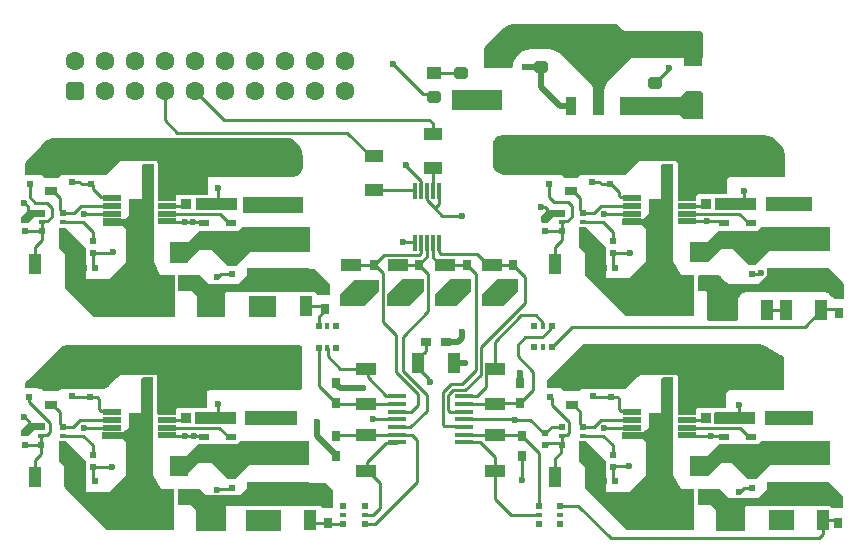
<source format=gtl>
G04*
G04 #@! TF.GenerationSoftware,Altium Limited,Altium Designer,23.4.1 (23)*
G04*
G04 Layer_Physical_Order=1*
G04 Layer_Color=255*
%FSLAX44Y44*%
%MOMM*%
G71*
G04*
G04 #@! TF.SameCoordinates,D2C56FB1-3194-4FD5-B733-79DB95D4BDB6*
G04*
G04*
G04 #@! TF.FilePolarity,Positive*
G04*
G01*
G75*
%ADD15R,0.6000X0.6000*%
%ADD21R,1.0000X1.8000*%
G04:AMPARAMS|DCode=22|XSize=0.45mm|YSize=1.55mm|CornerRadius=0.0495mm|HoleSize=0mm|Usage=FLASHONLY|Rotation=90.000|XOffset=0mm|YOffset=0mm|HoleType=Round|Shape=RoundedRectangle|*
%AMROUNDEDRECTD22*
21,1,0.4500,1.4510,0,0,90.0*
21,1,0.3510,1.5500,0,0,90.0*
1,1,0.0990,0.7255,0.1755*
1,1,0.0990,0.7255,-0.1755*
1,1,0.0990,-0.7255,-0.1755*
1,1,0.0990,-0.7255,0.1755*
%
%ADD22ROUNDEDRECTD22*%
G04:AMPARAMS|DCode=23|XSize=1.73mm|YSize=1.85mm|CornerRadius=0.0519mm|HoleSize=0mm|Usage=FLASHONLY|Rotation=0.000|XOffset=0mm|YOffset=0mm|HoleType=Round|Shape=RoundedRectangle|*
%AMROUNDEDRECTD23*
21,1,1.7300,1.7462,0,0,0.0*
21,1,1.6262,1.8500,0,0,0.0*
1,1,0.1038,0.8131,-0.8731*
1,1,0.1038,-0.8131,-0.8731*
1,1,0.1038,-0.8131,0.8731*
1,1,0.1038,0.8131,0.8731*
%
%ADD23ROUNDEDRECTD23*%
%ADD24R,0.8500X0.9000*%
%ADD25R,0.6000X0.5000*%
%ADD26R,0.6000X0.4000*%
%ADD27R,0.5200X0.5200*%
%ADD28R,0.8000X0.9000*%
G04:AMPARAMS|DCode=29|XSize=1mm|YSize=1.2mm|CornerRadius=0.25mm|HoleSize=0mm|Usage=FLASHONLY|Rotation=270.000|XOffset=0mm|YOffset=0mm|HoleType=Round|Shape=RoundedRectangle|*
%AMROUNDEDRECTD29*
21,1,1.0000,0.7000,0,0,270.0*
21,1,0.5000,1.2000,0,0,270.0*
1,1,0.5000,-0.3500,-0.2500*
1,1,0.5000,-0.3500,0.2500*
1,1,0.5000,0.3500,0.2500*
1,1,0.5000,0.3500,-0.2500*
%
%ADD29ROUNDEDRECTD29*%
%ADD30R,1.6500X1.1000*%
%ADD31R,1.8000X1.0000*%
%ADD32R,0.3000X1.4000*%
G04:AMPARAMS|DCode=33|XSize=0.9mm|YSize=1.45mm|CornerRadius=0.0495mm|HoleSize=0mm|Usage=FLASHONLY|Rotation=180.000|XOffset=0mm|YOffset=0mm|HoleType=Round|Shape=RoundedRectangle|*
%AMROUNDEDRECTD33*
21,1,0.9000,1.3510,0,0,180.0*
21,1,0.8010,1.4500,0,0,180.0*
1,1,0.0990,-0.4005,0.6755*
1,1,0.0990,0.4005,0.6755*
1,1,0.0990,0.4005,-0.6755*
1,1,0.0990,-0.4005,-0.6755*
%
%ADD33ROUNDEDRECTD33*%
G04:AMPARAMS|DCode=34|XSize=3.15mm|YSize=1.45mm|CornerRadius=0.0508mm|HoleSize=0mm|Usage=FLASHONLY|Rotation=180.000|XOffset=0mm|YOffset=0mm|HoleType=Round|Shape=RoundedRectangle|*
%AMROUNDEDRECTD34*
21,1,3.1500,1.3485,0,0,180.0*
21,1,3.0485,1.4500,0,0,180.0*
1,1,0.1015,-1.5243,0.6743*
1,1,0.1015,1.5243,0.6743*
1,1,0.1015,1.5243,-0.6743*
1,1,0.1015,-1.5243,-0.6743*
%
%ADD34ROUNDEDRECTD34*%
G04:AMPARAMS|DCode=35|XSize=1.6mm|YSize=2.2mm|CornerRadius=0.4mm|HoleSize=0mm|Usage=FLASHONLY|Rotation=0.000|XOffset=0mm|YOffset=0mm|HoleType=Round|Shape=RoundedRectangle|*
%AMROUNDEDRECTD35*
21,1,1.6000,1.4000,0,0,0.0*
21,1,0.8000,2.2000,0,0,0.0*
1,1,0.8000,0.4000,-0.7000*
1,1,0.8000,-0.4000,-0.7000*
1,1,0.8000,-0.4000,0.7000*
1,1,0.8000,0.4000,0.7000*
%
%ADD35ROUNDEDRECTD35*%
%ADD36R,1.6000X2.2000*%
%ADD37R,0.9000X0.8000*%
%ADD38R,0.4000X0.6000*%
%ADD39R,0.5000X0.6000*%
%ADD40R,1.0000X0.7500*%
%ADD41R,0.9500X0.6000*%
%ADD42R,5.3000X2.0000*%
%ADD43R,1.5200X1.6800*%
%ADD44R,1.0500X1.6000*%
%ADD45R,1.1000X1.3500*%
%ADD46R,0.9000X0.8500*%
%ADD47R,1.5240X1.5240*%
%ADD48R,1.2000X1.0000*%
%ADD59R,0.6000X0.6000*%
%ADD65R,1.6000X0.3500*%
%ADD71C,0.2540*%
%ADD72C,0.5080*%
%ADD73R,3.9878X1.2954*%
%ADD74R,4.0894X1.2954*%
%ADD75R,5.2068X1.3208*%
%ADD76R,4.3942X1.2954*%
%ADD77R,2.1082X1.7780*%
%ADD78C,1.6000*%
G04:AMPARAMS|DCode=79|XSize=1.6mm|YSize=1.6mm|CornerRadius=0.4mm|HoleSize=0mm|Usage=FLASHONLY|Rotation=0.000|XOffset=0mm|YOffset=0mm|HoleType=Round|Shape=RoundedRectangle|*
%AMROUNDEDRECTD79*
21,1,1.6000,0.8000,0,0,0.0*
21,1,0.8000,1.6000,0,0,0.0*
1,1,0.8000,0.4000,-0.4000*
1,1,0.8000,-0.4000,-0.4000*
1,1,0.8000,-0.4000,0.4000*
1,1,0.8000,0.4000,0.4000*
%
%ADD79ROUNDEDRECTD79*%
%ADD80C,0.6000*%
G36*
X1471930Y519938D02*
X1472385Y519938D01*
X1473225Y519590D01*
X1473868Y518947D01*
X1474216Y518106D01*
X1474215Y517651D01*
X1474216Y517652D01*
X1474216Y484378D01*
X1474216Y483822D01*
X1473791Y482795D01*
X1473004Y482009D01*
X1471977Y481584D01*
X1471421Y481584D01*
X1471422D01*
X1471421D01*
D01*
X1395730Y481584D01*
X1395334Y481545D01*
X1394601Y481242D01*
X1394040Y480681D01*
X1393737Y479948D01*
X1393698Y479552D01*
Y479552D01*
Y479552D01*
D01*
X1393698Y466852D01*
X1370838Y466852D01*
X1369060Y466852D01*
X1368713Y466818D01*
X1368072Y466552D01*
X1367581Y466062D01*
X1367316Y465420D01*
X1367282Y465074D01*
X1367282Y465074D01*
X1367282Y461772D01*
X1367282Y461570D01*
X1367127Y461196D01*
X1366841Y460910D01*
X1366468Y460756D01*
X1366266Y460756D01*
X1352805D01*
X1352339Y460949D01*
X1351981Y461307D01*
X1351788Y461773D01*
Y462026D01*
X1351788Y493268D01*
X1351759Y493565D01*
X1351531Y494115D01*
X1351110Y494535D01*
X1350561Y494762D01*
X1350264Y494791D01*
X1350264Y494792D01*
X1323971Y494792D01*
X1322980Y494743D01*
X1321037Y494357D01*
X1319206Y493598D01*
X1317558Y492497D01*
X1316823Y491831D01*
X1316823Y491831D01*
X1310553Y485561D01*
X1309849Y484857D01*
X1308193Y483750D01*
X1306353Y482988D01*
X1304400Y482600D01*
X1303405Y482600D01*
X1303405D01*
X1303405D01*
D01*
X1271393Y482600D01*
X1271003Y482581D01*
X1270239Y482429D01*
X1269519Y482130D01*
X1268870Y481697D01*
X1268581Y481435D01*
Y481435D01*
X1268435Y481289D01*
X1268092Y481060D01*
X1267711Y480902D01*
X1267307Y480822D01*
X1267101Y480822D01*
X1259384D01*
X1258708Y480822D01*
X1257369Y480998D01*
X1256064Y481348D01*
X1254816Y481864D01*
X1254231Y482202D01*
X1253731Y482469D01*
X1252684Y482902D01*
X1251589Y483196D01*
X1250465Y483343D01*
X1249898Y483362D01*
X1249898Y483362D01*
X1241044Y483362D01*
X1240791D01*
X1240325Y483555D01*
X1239967Y483913D01*
X1239774Y484379D01*
Y484632D01*
Y485376D01*
Y486105D01*
X1240058Y487535D01*
X1240616Y488882D01*
X1241426Y490094D01*
X1241942Y490610D01*
X1241942Y490610D01*
X1268309Y516977D01*
X1269013Y517681D01*
X1270669Y518787D01*
X1272508Y519549D01*
X1274462Y519938D01*
X1275457Y519938D01*
X1275457Y519938D01*
X1471930Y519938D01*
D02*
G37*
G36*
X1418336Y453390D02*
X1383538D01*
Y463339D01*
X1383792Y463550D01*
X1418336D01*
Y453390D01*
D02*
G37*
G36*
X1256792Y448056D02*
X1256538Y447802D01*
X1247394D01*
X1242314Y442722D01*
X1236218D01*
Y447802D01*
X1242060Y453644D01*
X1256792D01*
Y448056D01*
D02*
G37*
G36*
X1480566Y418846D02*
X1429766D01*
X1417828Y406908D01*
X1411732D01*
X1398270Y420370D01*
X1386586D01*
X1377442Y411226D01*
Y409194D01*
X1362202D01*
Y425958D01*
X1376680D01*
X1386586Y435864D01*
X1419606D01*
X1422654Y438658D01*
X1480566D01*
Y418846D01*
D02*
G37*
G36*
X1348486Y414528D02*
Y410210D01*
X1354582Y398272D01*
X1366266D01*
Y364236D01*
X1365504Y363474D01*
X1308608D01*
X1273302Y398780D01*
Y416814D01*
X1268730Y421386D01*
Y438912D01*
X1274572D01*
X1291590Y421894D01*
Y395732D01*
X1310894D01*
X1325372Y410210D01*
Y437642D01*
X1322324Y440690D01*
X1305052D01*
X1305306Y440944D01*
Y446024D01*
X1323134D01*
X1327658Y449834D01*
Y462788D01*
X1338326Y462788D01*
Y491236D01*
X1339850Y492760D01*
X1348486D01*
Y414528D01*
D02*
G37*
G36*
X1500378Y397129D02*
Y381635D01*
X1491742D01*
X1489710Y383667D01*
X1410208D01*
Y362585D01*
X1385062D01*
X1384808Y362331D01*
Y380111D01*
X1380236Y384683D01*
X1369314D01*
Y398145D01*
X1387348D01*
X1392682Y392811D01*
X1422146D01*
X1427480Y398145D01*
Y403479D01*
X1494028D01*
X1500378Y397129D01*
D02*
G37*
G36*
X1456182Y362712D02*
X1427480D01*
X1427226Y362966D01*
Y380746D01*
X1456182D01*
Y362712D01*
D02*
G37*
G36*
X1464564Y695040D02*
X1465652Y694623D01*
X1467682Y693479D01*
X1469524Y692050D01*
X1471136Y690367D01*
X1472484Y688466D01*
X1473540Y686389D01*
X1474280Y684179D01*
X1474689Y681884D01*
X1474723Y680720D01*
X1474723Y680720D01*
X1474724Y670814D01*
X1474724Y669999D01*
X1474406Y668401D01*
X1473783Y666895D01*
X1472878Y665540D01*
X1471725Y664388D01*
X1470370Y663482D01*
X1468864Y662859D01*
X1467266Y662541D01*
X1466451Y662541D01*
X1395918Y662541D01*
X1395683Y662518D01*
X1395249Y662338D01*
X1394917Y662006D01*
X1394737Y661572D01*
X1394714Y661337D01*
Y661337D01*
X1394714Y647954D01*
X1394714Y647802D01*
X1394598Y647522D01*
X1394384Y647308D01*
X1394104Y647192D01*
X1393952Y647192D01*
X1368631D01*
X1368405Y647170D01*
X1367986Y646996D01*
X1367666Y646676D01*
X1367493Y646258D01*
X1367470Y646031D01*
Y641713D01*
X1352695D01*
X1352552Y641713D01*
X1352288Y641823D01*
X1352086Y642025D01*
X1351976Y642289D01*
X1351976Y642432D01*
Y642432D01*
X1351976Y674225D01*
X1351902Y674501D01*
X1351636Y675006D01*
X1351233Y675409D01*
X1350728Y675675D01*
X1350452Y675749D01*
X1350452Y675749D01*
X1321169Y675749D01*
X1320885Y675735D01*
X1320330Y675625D01*
X1319807Y675408D01*
X1319336Y675094D01*
X1319126Y674903D01*
X1319126Y674903D01*
X1309641Y665418D01*
X1309199Y664975D01*
X1308158Y664280D01*
X1307002Y663801D01*
X1305774Y663557D01*
X1305148Y663557D01*
X1305149D01*
X1269855Y663557D01*
X1268077Y661779D01*
X1256218D01*
X1254440Y663557D01*
X1241697D01*
X1241365Y663557D01*
X1240751Y663811D01*
X1240282Y664281D01*
X1240028Y664894D01*
X1240028Y665226D01*
Y665226D01*
Y673038D01*
Y673596D01*
X1240246Y674691D01*
X1240673Y675723D01*
X1241293Y676651D01*
X1241688Y677045D01*
X1253577Y688935D01*
X1254281Y690077D01*
X1256109Y692042D01*
X1258284Y693614D01*
X1260724Y694730D01*
X1262030Y695040D01*
X1262030Y695040D01*
X1464564Y695040D01*
D02*
G37*
G36*
X1419098Y634347D02*
X1384107D01*
Y644507D01*
X1419098D01*
Y634347D01*
D02*
G37*
G36*
X1256980Y628251D02*
X1256726Y627997D01*
X1247582D01*
X1242502Y622917D01*
X1236406D01*
Y627997D01*
X1243155Y634746D01*
X1256980D01*
Y628251D01*
D02*
G37*
G36*
X1480754Y599041D02*
X1429954D01*
X1418016Y587103D01*
X1411920D01*
X1398458Y600565D01*
X1386774D01*
X1377630Y591421D01*
Y589389D01*
X1362390D01*
Y607060D01*
X1377775D01*
X1387427Y616712D01*
X1420506D01*
X1423831Y619760D01*
X1480754D01*
Y599041D01*
D02*
G37*
G36*
X1348674Y594723D02*
Y590405D01*
X1354177Y579628D01*
X1366454D01*
Y544431D01*
X1365692Y543669D01*
X1298085D01*
X1273490Y568264D01*
Y597009D01*
X1268918Y601581D01*
Y619107D01*
X1274760D01*
X1291778Y602089D01*
Y575927D01*
X1311082D01*
X1325560Y590405D01*
Y617837D01*
X1322512Y620885D01*
X1305494D01*
Y621139D01*
Y626872D01*
X1324097D01*
X1327846Y630029D01*
Y642983D01*
X1338514Y642983D01*
X1338514Y672272D01*
X1339850Y673608D01*
X1348674D01*
Y594723D01*
D02*
G37*
G36*
X1498092Y572008D02*
X1498092Y562719D01*
X1487315D01*
X1485283Y564751D01*
X1410396D01*
X1409446Y563801D01*
Y543669D01*
X1385250D01*
X1384996Y543415D01*
Y561195D01*
X1380424Y565767D01*
X1369502D01*
Y579229D01*
X1387536D01*
X1394902Y571863D01*
X1420302D01*
X1427668Y579229D01*
Y584563D01*
X1485537D01*
X1498092Y572008D01*
D02*
G37*
G36*
X1539494Y565912D02*
X1526540Y552958D01*
X1506474D01*
Y563118D01*
X1518158Y574802D01*
X1539494D01*
Y565912D01*
D02*
G37*
G36*
X1452372Y543814D02*
X1429766D01*
X1429512Y544068D01*
Y561848D01*
X1452372D01*
Y543814D01*
D02*
G37*
G36*
X1738822Y791464D02*
X1739441Y791464D01*
X1740654Y791223D01*
X1741797Y790749D01*
X1742826Y790062D01*
X1743264Y789624D01*
X1745426Y787462D01*
X1745426Y787461D01*
X1745883Y787048D01*
X1746907Y786364D01*
X1748044Y785892D01*
X1749252Y785652D01*
X1749868Y785622D01*
X1812036D01*
X1812036Y785622D01*
X1812339Y785622D01*
X1812899Y785390D01*
X1813328Y784961D01*
X1813560Y784401D01*
X1813560Y784098D01*
X1813560Y762762D01*
X1753362D01*
X1733748Y743148D01*
X1733748Y743147D01*
X1732903Y742216D01*
X1731507Y740127D01*
X1730546Y737806D01*
X1730056Y735342D01*
X1729994Y734085D01*
Y715010D01*
X1720850D01*
Y734445D01*
X1720850Y734445D01*
X1720795Y735556D01*
X1720362Y737735D01*
X1719512Y739788D01*
X1718277Y741636D01*
X1717530Y742460D01*
X1695022Y764968D01*
X1695021Y764968D01*
X1693634Y766225D01*
X1690525Y768303D01*
X1687070Y769734D01*
X1683402Y770464D01*
X1681532Y770556D01*
X1668654Y770556D01*
X1668654Y770555D01*
X1667210Y770489D01*
X1664372Y769959D01*
X1661679Y768917D01*
X1659223Y767399D01*
X1657087Y765456D01*
X1655344Y763154D01*
X1654053Y760572D01*
X1653258Y757796D01*
X1653056Y756365D01*
X1653056Y756365D01*
X1653027Y756062D01*
X1652755Y755517D01*
X1652305Y755108D01*
X1651737Y754888D01*
X1628140D01*
Y768945D01*
X1628140Y769589D01*
X1628391Y770851D01*
X1628884Y772040D01*
X1629599Y773111D01*
X1630054Y773566D01*
X1644019Y787531D01*
X1644019Y787531D01*
X1644954Y788466D01*
X1647153Y789936D01*
X1649597Y790948D01*
X1652192Y791464D01*
X1653514Y791464D01*
X1738822Y791464D01*
X1738822Y791464D01*
D02*
G37*
G36*
X1643380Y719328D02*
X1600962D01*
X1601090Y719456D01*
Y735838D01*
X1643380D01*
Y719328D01*
D02*
G37*
G36*
X1813814Y733044D02*
Y711200D01*
X1797812D01*
X1794002Y715010D01*
X1743710D01*
Y729742D01*
X1794002Y729996D01*
X1799336Y735330D01*
X1811528D01*
X1813814Y733044D01*
D02*
G37*
G36*
X1869142Y697196D02*
X1872634Y695885D01*
X1875802Y693918D01*
X1878527Y691371D01*
X1880702Y688341D01*
X1882244Y684945D01*
X1883093Y681314D01*
X1883156Y679450D01*
X1883156Y679450D01*
Y662686D01*
X1836166D01*
X1833880Y660400D01*
X1833880Y647700D01*
X1809242Y647700D01*
X1807718Y646176D01*
Y641858D01*
X1792224D01*
Y674370D01*
X1790700Y675894D01*
X1760220D01*
X1748028Y663702D01*
X1709420D01*
X1707388Y661670D01*
X1696720D01*
X1694180Y664210D01*
X1645412D01*
X1644461Y664210D01*
X1642597Y664581D01*
X1640840Y665308D01*
X1639259Y666365D01*
X1637915Y667709D01*
X1636858Y669290D01*
X1636131Y671047D01*
X1635760Y672911D01*
X1635760Y673862D01*
Y673862D01*
X1635760Y689356D01*
Y690182D01*
X1636082Y691801D01*
X1636714Y693326D01*
X1637631Y694699D01*
X1638799Y695867D01*
X1640172Y696784D01*
X1641697Y697416D01*
X1643316Y697738D01*
X1644142Y697738D01*
X1863598Y697738D01*
X1865462Y697801D01*
X1869142Y697196D01*
D02*
G37*
G36*
X1858518Y634347D02*
X1824289D01*
Y644507D01*
X1858518D01*
Y634347D01*
D02*
G37*
G36*
X1697228Y629158D02*
X1696720Y628650D01*
X1687576D01*
X1682750Y623824D01*
X1676654D01*
Y628904D01*
X1682496Y634746D01*
X1697228D01*
Y629158D01*
D02*
G37*
G36*
X1921002Y599694D02*
X1869948D01*
X1858010Y587756D01*
X1852422D01*
X1838960Y601218D01*
X1829054Y601218D01*
X1817878Y590042D01*
X1802638Y590042D01*
Y607060D01*
X1817116D01*
X1827022Y616966D01*
X1860042D01*
X1863090Y619760D01*
X1921002D01*
Y599694D01*
D02*
G37*
G36*
X1788668Y595376D02*
Y591058D01*
X1794764Y579120D01*
X1806448D01*
Y545084D01*
X1805686Y544322D01*
X1748790D01*
X1713484Y579628D01*
Y597662D01*
X1708912Y602234D01*
Y619760D01*
X1714754D01*
X1731772Y602742D01*
Y576580D01*
X1751076D01*
X1765554Y591058D01*
Y618490D01*
X1762506Y621538D01*
X1745488D01*
Y621792D01*
Y626872D01*
X1763316D01*
X1767840Y630682D01*
Y643636D01*
X1778508Y643636D01*
Y672084D01*
X1780032Y673608D01*
X1788668D01*
Y595376D01*
D02*
G37*
G36*
X1918506Y585470D02*
X1918858Y585470D01*
X1919548Y585333D01*
X1920199Y585063D01*
X1920784Y584672D01*
X1921033Y584423D01*
X1921033Y584423D01*
X1930921Y574535D01*
X1931461Y573995D01*
X1932311Y572724D01*
X1932896Y571311D01*
X1933194Y569812D01*
X1933194Y569047D01*
X1933194Y569047D01*
Y560324D01*
Y560071D01*
X1933001Y559605D01*
X1932643Y559247D01*
X1932177Y559054D01*
X1927414D01*
X1926855Y559054D01*
X1925760Y559272D01*
X1924729Y559699D01*
X1923801Y560319D01*
X1923406Y560714D01*
X1923406Y560714D01*
X1920704Y563416D01*
X1920400Y563692D01*
X1919718Y564148D01*
X1918959Y564462D01*
X1918154Y564622D01*
X1917744Y564642D01*
X1917744Y564642D01*
X1850644Y564642D01*
X1849897Y564605D01*
X1848432Y564314D01*
X1847052Y563742D01*
X1845810Y562912D01*
X1844753Y561856D01*
X1843923Y560614D01*
X1843352Y559234D01*
X1843061Y557769D01*
X1843024Y557022D01*
Y557022D01*
X1843024Y541528D01*
X1843024Y541376D01*
X1842908Y541096D01*
X1842694Y540882D01*
X1842413Y540766D01*
X1842262Y540766D01*
X1818184D01*
X1817811Y540921D01*
X1817525Y541206D01*
X1817370Y541580D01*
X1817370Y541782D01*
X1817370Y541782D01*
X1817370Y563880D01*
X1817336Y564227D01*
X1817070Y564868D01*
X1816580Y565358D01*
X1815939Y565624D01*
X1815592Y565658D01*
X1815592Y565658D01*
X1810512D01*
X1810360Y565658D01*
X1810080Y565774D01*
X1809866Y565988D01*
X1809750Y566268D01*
X1809750Y566420D01*
Y566420D01*
Y578104D01*
Y578306D01*
X1809905Y578680D01*
X1810190Y578965D01*
X1810564Y579120D01*
X1810766D01*
X1825795Y579120D01*
X1826268Y579120D01*
X1827196Y578936D01*
X1828069Y578573D01*
X1828855Y578048D01*
X1829190Y577713D01*
X1829190Y577714D01*
X1833490Y573414D01*
X1833902Y573041D01*
X1834826Y572423D01*
X1835852Y571998D01*
X1836942Y571781D01*
X1837498Y571754D01*
X1860550D01*
X1867916Y579120D01*
Y585470D01*
X1918506Y585470D01*
D02*
G37*
G36*
X1657350Y566166D02*
X1644396Y553212D01*
X1626362D01*
Y563118D01*
X1639062Y575818D01*
X1657350D01*
Y566166D01*
D02*
G37*
G36*
X1617472Y565912D02*
X1604518Y552958D01*
X1586484D01*
Y562864D01*
X1599184Y575564D01*
X1617472D01*
Y565912D01*
D02*
G37*
G36*
X1577594D02*
X1564640Y552958D01*
X1546606D01*
Y562864D01*
X1559306Y575564D01*
X1577594D01*
Y565912D01*
D02*
G37*
G36*
X1862198Y520873D02*
X1864634Y520209D01*
X1866960Y519227D01*
X1868047Y518586D01*
X1868047Y518586D01*
X1879354Y511923D01*
X1880048Y511514D01*
X1881181Y510367D01*
X1881981Y508967D01*
X1882394Y507409D01*
X1882394Y506603D01*
X1882394Y506603D01*
X1882394Y482600D01*
Y482398D01*
X1882239Y482024D01*
X1881953Y481739D01*
X1881580Y481584D01*
X1881378D01*
X1836166Y481584D01*
X1835621Y481530D01*
X1834613Y481113D01*
X1833842Y480342D01*
X1833425Y479335D01*
X1833372Y478790D01*
Y478790D01*
X1833372Y467360D01*
X1833372Y467259D01*
X1833295Y467072D01*
X1833152Y466929D01*
X1832965Y466852D01*
X1832864Y466852D01*
X1832864D01*
X1822058Y466852D01*
X1809496Y466852D01*
X1809149Y466818D01*
X1808508Y466553D01*
X1808017Y466062D01*
X1807752Y465421D01*
X1807718Y465074D01*
Y461772D01*
Y461570D01*
X1807563Y461197D01*
X1807278Y460911D01*
X1806904Y460756D01*
X1792834D01*
X1792554Y460872D01*
X1792340Y461086D01*
X1792224Y461366D01*
Y461518D01*
X1792224Y493268D01*
X1792195Y493565D01*
X1791967Y494115D01*
X1791547Y494535D01*
X1790997Y494762D01*
X1790700Y494792D01*
X1790700Y494792D01*
X1763181Y494792D01*
X1762480Y494758D01*
X1761106Y494484D01*
X1759811Y493948D01*
X1758646Y493169D01*
X1758126Y492698D01*
X1758126Y492698D01*
X1749075Y483647D01*
X1748826Y483398D01*
X1748241Y483007D01*
X1747590Y482737D01*
X1746899Y482600D01*
X1746547Y482600D01*
X1711303Y482600D01*
X1711098Y482590D01*
X1710695Y482510D01*
X1710316Y482353D01*
X1709975Y482125D01*
X1709823Y481987D01*
Y481987D01*
X1709525Y481689D01*
X1709319Y481483D01*
X1708834Y481159D01*
X1708295Y480936D01*
X1707723Y480822D01*
X1707431Y480822D01*
X1698200D01*
X1697788Y480822D01*
X1696979Y480983D01*
X1696217Y481298D01*
X1695531Y481757D01*
X1695240Y482048D01*
X1695240Y482048D01*
X1693926Y483362D01*
X1681480D01*
X1681480Y487872D01*
X1681480Y488430D01*
X1681698Y489525D01*
X1682125Y490557D01*
X1682745Y491485D01*
X1683140Y491880D01*
X1683140Y491880D01*
X1711421Y520161D01*
X1711670Y520410D01*
X1712255Y520801D01*
X1712906Y521071D01*
X1713596Y521208D01*
X1713948Y521208D01*
X1713948Y521208D01*
X1770380D01*
X1858433Y521208D01*
X1859696Y521208D01*
X1862198Y520873D01*
D02*
G37*
G36*
X1857756Y453499D02*
X1822758D01*
Y462389D01*
X1824289Y463659D01*
X1857756D01*
Y453499D01*
D02*
G37*
G36*
X1921002Y418846D02*
X1870202D01*
X1858264Y406908D01*
X1852168D01*
X1838706Y420370D01*
X1829054Y420370D01*
X1817878Y409194D01*
X1802638D01*
Y425958D01*
X1817116D01*
X1827022Y435864D01*
X1860042D01*
X1863090Y438658D01*
X1921002D01*
Y418846D01*
D02*
G37*
G36*
X1788668Y414528D02*
Y410210D01*
X1794764Y398272D01*
X1806448D01*
Y364236D01*
X1805686Y363474D01*
X1748790D01*
X1713484Y398780D01*
Y416814D01*
X1708912Y421386D01*
Y438912D01*
X1714754D01*
X1731772Y421894D01*
Y395732D01*
X1751076D01*
X1765554Y410210D01*
Y437642D01*
X1762506Y440690D01*
X1745488D01*
Y440944D01*
Y446024D01*
X1763316D01*
X1767840Y449834D01*
Y462788D01*
X1778508Y462788D01*
Y491236D01*
X1780032Y492760D01*
X1788668D01*
Y414528D01*
D02*
G37*
G36*
X1932432Y392176D02*
Y381762D01*
X1923034D01*
X1921002Y383794D01*
X1850644D01*
X1849628Y382778D01*
Y362712D01*
X1824990D01*
Y380492D01*
X1820926Y384556D01*
X1809750D01*
Y398272D01*
X1827784D01*
X1835150Y390906D01*
X1860550D01*
X1867916Y398272D01*
Y403606D01*
X1921002D01*
X1932432Y392176D01*
D02*
G37*
%LPC*%
G36*
X1466451Y662541D02*
X1466451D01*
D01*
X1466451D01*
D02*
G37*
G36*
X1746548Y482600D02*
X1746547D01*
D01*
X1746548D01*
D02*
G37*
%LPD*%
D15*
X1509302Y368674D02*
D03*
Y383674D02*
D03*
X1527302D02*
D03*
Y368674D02*
D03*
X1712084Y435742D02*
D03*
Y450742D02*
D03*
X1694084D02*
D03*
Y435742D02*
D03*
X1271702D02*
D03*
Y450742D02*
D03*
X1253702D02*
D03*
Y435742D02*
D03*
X1271890Y616699D02*
D03*
Y631699D02*
D03*
X1253890D02*
D03*
Y616699D02*
D03*
X1712066D02*
D03*
Y631699D02*
D03*
X1694066D02*
D03*
Y616699D02*
D03*
X1692512Y383674D02*
D03*
Y368674D02*
D03*
X1674512D02*
D03*
Y383674D02*
D03*
D21*
X1874548Y371868D02*
D03*
X1844548D02*
D03*
X1915696D02*
D03*
X1885696D02*
D03*
X1434354Y552825D02*
D03*
X1404354D02*
D03*
X1572754Y504698D02*
D03*
X1602754D02*
D03*
X1688592Y407936D02*
D03*
X1718592D02*
D03*
X1248210D02*
D03*
X1278210D02*
D03*
X1451156Y371614D02*
D03*
X1481156D02*
D03*
X1405182Y371868D02*
D03*
X1435182D02*
D03*
X1248398Y588893D02*
D03*
X1278398D02*
D03*
X1447280Y552825D02*
D03*
X1477280D02*
D03*
X1883646Y549777D02*
D03*
X1913646D02*
D03*
X1688574Y588893D02*
D03*
X1718574D02*
D03*
X1838180Y549777D02*
D03*
X1868180D02*
D03*
D22*
X1753494Y463166D02*
D03*
X1799994D02*
D03*
Y456666D02*
D03*
Y450166D02*
D03*
Y443666D02*
D03*
X1753494Y456666D02*
D03*
Y450166D02*
D03*
Y443666D02*
D03*
X1313112D02*
D03*
Y450166D02*
D03*
Y456666D02*
D03*
X1359612Y443666D02*
D03*
Y450166D02*
D03*
Y456666D02*
D03*
Y463166D02*
D03*
X1313112D02*
D03*
X1313300Y624623D02*
D03*
Y631123D02*
D03*
Y637623D02*
D03*
X1359800Y624623D02*
D03*
Y631123D02*
D03*
Y637623D02*
D03*
Y644123D02*
D03*
X1313300D02*
D03*
X1753476Y624623D02*
D03*
Y631123D02*
D03*
Y637623D02*
D03*
X1799976Y624623D02*
D03*
Y631123D02*
D03*
Y637623D02*
D03*
Y644123D02*
D03*
X1753476Y644123D02*
D03*
D23*
X1776744Y453416D02*
D03*
X1336362D02*
D03*
X1336550Y634373D02*
D03*
X1776726D02*
D03*
D24*
X1357086Y488200D02*
D03*
X1344086D02*
D03*
X1784468Y477786D02*
D03*
X1797468D02*
D03*
X1784468Y488200D02*
D03*
X1797468D02*
D03*
X1344086Y477786D02*
D03*
X1357086D02*
D03*
X1344274Y658743D02*
D03*
X1357274D02*
D03*
X1344274Y669157D02*
D03*
X1357274D02*
D03*
X1784450Y658743D02*
D03*
X1797450D02*
D03*
X1784450Y669157D02*
D03*
X1797450D02*
D03*
D25*
X1243144Y475774D02*
D03*
Y485774D02*
D03*
X1295402Y666731D02*
D03*
Y656731D02*
D03*
X1679716Y445274D02*
D03*
Y435274D02*
D03*
X1737628Y416986D02*
D03*
Y426986D02*
D03*
X1684542Y485774D02*
D03*
Y475774D02*
D03*
X1736104D02*
D03*
Y485774D02*
D03*
X1855162Y399368D02*
D03*
Y409368D02*
D03*
X1239334Y445274D02*
D03*
Y435274D02*
D03*
X1297246Y416986D02*
D03*
Y426986D02*
D03*
X1294706Y475774D02*
D03*
Y485774D02*
D03*
X1414780Y399368D02*
D03*
Y409368D02*
D03*
X1239522Y626231D02*
D03*
Y616231D02*
D03*
X1297434Y597943D02*
D03*
Y607943D02*
D03*
X1243840Y666731D02*
D03*
Y656731D02*
D03*
X1414968Y580325D02*
D03*
Y590325D02*
D03*
X1679698Y626231D02*
D03*
Y616231D02*
D03*
X1737610Y597943D02*
D03*
Y607943D02*
D03*
X1683762Y666731D02*
D03*
Y656731D02*
D03*
X1735324D02*
D03*
Y666731D02*
D03*
X1855144Y580325D02*
D03*
Y590325D02*
D03*
D26*
X1509302Y376174D02*
D03*
X1527302D02*
D03*
X1712084Y443242D02*
D03*
X1694084D02*
D03*
X1271702D02*
D03*
X1253702D02*
D03*
X1271890Y624199D02*
D03*
X1253890D02*
D03*
X1712066D02*
D03*
X1694066D02*
D03*
X1692512Y376174D02*
D03*
X1674512D02*
D03*
D27*
X1279908Y666231D02*
D03*
Y658231D02*
D03*
X1720610Y477274D02*
D03*
Y485274D02*
D03*
X1279212Y477274D02*
D03*
Y485274D02*
D03*
X1719830Y658231D02*
D03*
Y666231D02*
D03*
D28*
X1494030Y567167D02*
D03*
Y550167D02*
D03*
X1535430Y587366D02*
D03*
Y570366D02*
D03*
X1573530Y588000D02*
D03*
Y571000D02*
D03*
X1614170Y588000D02*
D03*
Y571000D02*
D03*
X1653032Y588000D02*
D03*
Y571000D02*
D03*
X1928382Y369210D02*
D03*
Y386210D02*
D03*
X1496382Y369210D02*
D03*
Y386210D02*
D03*
X1928872Y547119D02*
D03*
Y564119D02*
D03*
X1503172Y426348D02*
D03*
Y443348D02*
D03*
Y487544D02*
D03*
Y470544D02*
D03*
X1660144Y443348D02*
D03*
Y426348D02*
D03*
X1659128Y470798D02*
D03*
Y487798D02*
D03*
D29*
X1676654Y775556D02*
D03*
Y755556D02*
D03*
X1773174Y742188D02*
D03*
Y722188D02*
D03*
X1609090Y750156D02*
D03*
Y730156D02*
D03*
X1586230Y730410D02*
D03*
D30*
X1535176Y679730D02*
D03*
Y651230D02*
D03*
X1874280Y458710D02*
D03*
Y487210D02*
D03*
X1434660Y458710D02*
D03*
Y487210D02*
D03*
X1436118Y639667D02*
D03*
Y668167D02*
D03*
X1874770Y639667D02*
D03*
Y668167D02*
D03*
X1584960Y669798D02*
D03*
Y698298D02*
D03*
D31*
X1515618Y588024D02*
D03*
Y558024D02*
D03*
X1555750Y588024D02*
D03*
Y558024D02*
D03*
X1595374Y588024D02*
D03*
Y558024D02*
D03*
X1635506Y588024D02*
D03*
Y558024D02*
D03*
X1848880Y488468D02*
D03*
Y458468D02*
D03*
X1409260Y488468D02*
D03*
Y458468D02*
D03*
X1410210Y669425D02*
D03*
Y639425D02*
D03*
X1849624Y669425D02*
D03*
Y639425D02*
D03*
X1528064Y470140D02*
D03*
Y500140D02*
D03*
Y443752D02*
D03*
Y413752D02*
D03*
X1637284Y443752D02*
D03*
Y413752D02*
D03*
X1637538Y470140D02*
D03*
Y500140D02*
D03*
D32*
X1589880Y606650D02*
D03*
X1584880D02*
D03*
X1579880D02*
D03*
X1574880D02*
D03*
X1569880D02*
D03*
Y650650D02*
D03*
X1574880D02*
D03*
X1579880D02*
D03*
X1584880D02*
D03*
X1589880D02*
D03*
D33*
X1702422Y722360D02*
D03*
X1725422D02*
D03*
X1748422D02*
D03*
D34*
X1725422Y783860D02*
D03*
D35*
X1805686Y722982D02*
D03*
D36*
Y766982D02*
D03*
D37*
X1579000Y522732D02*
D03*
X1596000D02*
D03*
D38*
X1495806Y517796D02*
D03*
Y535796D02*
D03*
X1678178Y536146D02*
D03*
Y518146D02*
D03*
D39*
X1729580Y404634D02*
D03*
X1739580D02*
D03*
X1289198D02*
D03*
X1299198D02*
D03*
X1289386Y585591D02*
D03*
X1299386D02*
D03*
X1729562D02*
D03*
X1739562D02*
D03*
D40*
X1702830Y469524D02*
D03*
Y484524D02*
D03*
X1261432Y469524D02*
D03*
Y484524D02*
D03*
X1262128Y650481D02*
D03*
Y665481D02*
D03*
X1702050Y650481D02*
D03*
Y665481D02*
D03*
D41*
X1831788Y442328D02*
D03*
Y432828D02*
D03*
Y423328D02*
D03*
X1854288Y442328D02*
D03*
Y432828D02*
D03*
Y423328D02*
D03*
X1391406Y442328D02*
D03*
Y432828D02*
D03*
Y423328D02*
D03*
X1413906Y442328D02*
D03*
Y432828D02*
D03*
Y423328D02*
D03*
X1391594Y623285D02*
D03*
Y613785D02*
D03*
Y604285D02*
D03*
X1414094Y623285D02*
D03*
Y613785D02*
D03*
Y604285D02*
D03*
X1831770Y623285D02*
D03*
X1831770Y613785D02*
D03*
X1831770Y604285D02*
D03*
X1854270Y623285D02*
D03*
Y613785D02*
D03*
Y604285D02*
D03*
D42*
X1894346Y393738D02*
D03*
Y428738D02*
D03*
X1453964Y393738D02*
D03*
Y428738D02*
D03*
X1454152Y574695D02*
D03*
Y609695D02*
D03*
X1894328Y574695D02*
D03*
Y609695D02*
D03*
D43*
X1810272Y417588D02*
D03*
X1776272D02*
D03*
X1369890D02*
D03*
X1335890D02*
D03*
X1370078Y598545D02*
D03*
X1336078D02*
D03*
X1810254D02*
D03*
X1776254D02*
D03*
D44*
X1830356Y371614D02*
D03*
X1800856D02*
D03*
X1389974D02*
D03*
X1360474D02*
D03*
X1390162Y552571D02*
D03*
X1360662D02*
D03*
X1822718D02*
D03*
X1793218D02*
D03*
D45*
X1801240Y391426D02*
D03*
X1815240D02*
D03*
X1360858D02*
D03*
X1374858D02*
D03*
X1361046Y572383D02*
D03*
X1375046D02*
D03*
X1801222D02*
D03*
X1815222D02*
D03*
D46*
X1828814Y458078D02*
D03*
Y471078D02*
D03*
X1816114Y458078D02*
D03*
Y471078D02*
D03*
X1389194Y458078D02*
D03*
Y471078D02*
D03*
X1375732Y458078D02*
D03*
Y471078D02*
D03*
X1389636Y639035D02*
D03*
Y652035D02*
D03*
X1375920Y639035D02*
D03*
Y652035D02*
D03*
X1829304Y639035D02*
D03*
Y652035D02*
D03*
X1816096Y639035D02*
D03*
Y652035D02*
D03*
D47*
X1635760Y728091D02*
D03*
Y762381D02*
D03*
D48*
X1586230Y750410D02*
D03*
D59*
X1488306Y517796D02*
D03*
X1503306D02*
D03*
Y535796D02*
D03*
X1488306D02*
D03*
X1685678Y536146D02*
D03*
X1670678D02*
D03*
Y518146D02*
D03*
X1685678D02*
D03*
D65*
X1555122Y476596D02*
D03*
Y470096D02*
D03*
Y463596D02*
D03*
Y457096D02*
D03*
Y450596D02*
D03*
Y444096D02*
D03*
Y437596D02*
D03*
X1611122D02*
D03*
Y444096D02*
D03*
Y450596D02*
D03*
Y457096D02*
D03*
Y463596D02*
D03*
Y470096D02*
D03*
Y476596D02*
D03*
D71*
X1297434Y597943D02*
X1297675Y598184D01*
X1313956D01*
X1314196Y598424D01*
X1297459Y416773D02*
X1312967D01*
X1297246Y416986D02*
X1297459Y416773D01*
X1312967D02*
X1313180Y416560D01*
X1737628Y416986D02*
X1737923Y417281D01*
X1751543D01*
X1405491Y580325D02*
X1414968D01*
X1403016Y577850D02*
X1405491Y580325D01*
X1402080Y577850D02*
X1403016D01*
X1413663Y398251D02*
X1414780Y399368D01*
X1403250Y398251D02*
X1413663D01*
X1402588Y397589D02*
X1403250Y398251D01*
X1845484Y395684D02*
X1848352Y398552D01*
X1854346D01*
X1855162Y399368D01*
X1844548Y395684D02*
X1845484D01*
X1874548Y371868D02*
X1885696D01*
X1737610Y597943D02*
X1737624Y597930D01*
X1752332D01*
X1752346Y597916D01*
X1822718Y549388D02*
Y552571D01*
Y549388D02*
X1823974Y548132D01*
X1822718Y552571D02*
X1823904Y551385D01*
X1827884Y552571D02*
X1830338D01*
X1823904Y551385D02*
X1826698D01*
X1827884Y552571D01*
X1389974Y367452D02*
X1390142Y367284D01*
X1389974Y367452D02*
Y371614D01*
X1295402Y656731D02*
X1295902D01*
X1297132Y655501D01*
Y652205D02*
Y655501D01*
Y652205D02*
X1304248Y645089D01*
X1279908Y658231D02*
X1280186Y657953D01*
X1286318D01*
X1287540Y656731D01*
X1295402D01*
X1258062Y640588D02*
X1262302Y636348D01*
Y628517D02*
Y636348D01*
X1248628Y640588D02*
X1258062D01*
X1243840Y645376D02*
Y656731D01*
Y645376D02*
X1248628Y640588D01*
X1269410Y634179D02*
Y644449D01*
X1262128Y650481D02*
X1263378D01*
X1269410Y644449D01*
X1735324Y656731D02*
X1735824D01*
X1742936Y649619D01*
Y646577D02*
Y649619D01*
X1719830Y658231D02*
X1720108Y657953D01*
X1726240D01*
X1727462Y656731D01*
X1735324D01*
X1709586Y634179D02*
Y644195D01*
X1702050Y650481D02*
X1703300D01*
X1709586Y644195D01*
X1699152Y640987D02*
X1702478Y637661D01*
X1683762Y645164D02*
X1687939Y640987D01*
X1699152D01*
X1683762Y645164D02*
Y656731D01*
X1736104Y475774D02*
X1741466D01*
X1722110D02*
X1736104D01*
X1720610Y477274D02*
X1722110Y475774D01*
X1741466D02*
X1742954Y474286D01*
Y465620D02*
Y474286D01*
X1709604Y453222D02*
Y464000D01*
X1702830Y469524D02*
X1704080D01*
X1709604Y464000D01*
X1694814Y443972D02*
X1698644D01*
X1700132Y445460D02*
Y455005D01*
X1698644Y443972D02*
X1700132Y445460D01*
X1694084Y443242D02*
X1694814Y443972D01*
X1686272Y468865D02*
Y474544D01*
Y468865D02*
X1700132Y455005D01*
X1685042Y475774D02*
X1686272Y474544D01*
X1693850Y435976D02*
X1694084Y436210D01*
X1693850Y429230D02*
Y435508D01*
X1688358Y408170D02*
X1688592Y407936D01*
X1680946Y436504D02*
X1682672D01*
X1688358Y423738D02*
X1693850Y429230D01*
X1682934Y436766D02*
X1693060D01*
X1684542Y475774D02*
X1685042D01*
X1679716Y435274D02*
X1680946Y436504D01*
X1682672D02*
X1682934Y436766D01*
X1694084Y436210D02*
Y443242D01*
X1693060Y436766D02*
X1694084Y435742D01*
X1693850Y435508D02*
X1694084Y435742D01*
X1688358Y408170D02*
Y423738D01*
X1280712Y475774D02*
X1294706D01*
X1279212Y477274D02*
X1280712Y475774D01*
X1301084D02*
X1302572Y474286D01*
X1294706Y475774D02*
X1301084D01*
X1302572Y465620D02*
Y474286D01*
X1266634Y465572D02*
Y465572D01*
X1269181Y461203D02*
X1269222Y461161D01*
X1266634Y465572D02*
X1269181Y463025D01*
Y461203D02*
Y463025D01*
X1262682Y469524D02*
X1266634Y465572D01*
X1269222Y453222D02*
Y461161D01*
X1261432Y469524D02*
X1262682D01*
X1258526Y443972D02*
X1261062Y446508D01*
X1243076Y471679D02*
Y474064D01*
X1261062Y446508D02*
Y453693D01*
X1243076Y471679D02*
X1261062Y453693D01*
X1868180Y549777D02*
X1883646D01*
X1584960Y698298D02*
Y707644D01*
X1408176Y710438D02*
X1582166D01*
X1584960Y707644D01*
X1383284Y735330D02*
X1408176Y710438D01*
X1584880Y666670D02*
X1584960Y666750D01*
X1584880Y650650D02*
Y666670D01*
X1435182Y371868D02*
X1450902D01*
X1496382Y369210D02*
X1496918Y368674D01*
X1509302D01*
X1481156Y371614D02*
X1483560Y369210D01*
X1496382D01*
X1450902Y371868D02*
X1451156Y371614D01*
X1527302Y376174D02*
X1534668D01*
X1540256Y381762D01*
Y403418D01*
X1503308Y443484D02*
X1528064D01*
X1527302Y368674D02*
X1536312D01*
X1572006Y404368D01*
Y439710D01*
X1529276Y413752D02*
X1529922D01*
X1540256Y403418D01*
X1528064Y413752D02*
X1529276Y414964D01*
X1488306Y535796D02*
Y543943D01*
X1494030Y549667D01*
Y550167D01*
X1475502Y552825D02*
Y555365D01*
X1477280Y552825D02*
X1491372D01*
X1475502D02*
X1477280D01*
X1491372D02*
X1494030Y550167D01*
X1389636Y639035D02*
Y639066D01*
X1389888Y639318D01*
X1436118Y639667D02*
X1457357D01*
X1428494D02*
X1436118D01*
X1426210Y641951D02*
X1428494Y639667D01*
X1436116Y638302D02*
Y639665D01*
X1436118Y639667D01*
X1458468Y638556D02*
X1469644D01*
X1457357Y639667D02*
X1458468Y638556D01*
X1389126Y457708D02*
X1389634Y458216D01*
X1402658D01*
X1403350Y458908D01*
X1434660Y458710D02*
X1435408Y457962D01*
X1453896Y458724D02*
X1465580D01*
X1435408Y457962D02*
X1453134D01*
X1453896Y458724D01*
X1435100Y458216D02*
Y458270D01*
X1465580Y458724D02*
X1465834Y458978D01*
X1843274Y639425D02*
X1844882D01*
X1848612Y643155D01*
Y650494D01*
X1843167Y639318D02*
X1843274Y639425D01*
X1829304Y639035D02*
X1829587Y639318D01*
X1843167D01*
X1829304Y639035D02*
Y639060D01*
X1829308Y639064D01*
X1874520Y458470D02*
X1875028Y457962D01*
X1892300D01*
X1874266Y457708D02*
X1874280Y457722D01*
Y458710D01*
X1440688Y577342D02*
X1451505D01*
X1454152Y574695D01*
X1915696Y369210D02*
Y371868D01*
Y360218D02*
Y369210D01*
X1925724Y371868D02*
X1928382Y369210D01*
X1915696Y371868D02*
X1925724D01*
X1911840Y356362D02*
X1915696Y360218D01*
X1434354Y552825D02*
X1445502D01*
X1390162Y550184D02*
Y552571D01*
X1389380Y549402D02*
X1390162Y550184D01*
X1382918Y623936D02*
X1390944D01*
X1382268Y624586D02*
X1382918Y623936D01*
X1374883Y624605D02*
X1374902Y624586D01*
X1390944Y623936D02*
X1391594Y623285D01*
X1374902Y624586D02*
X1382268D01*
X1359800Y624623D02*
X1359819Y624605D01*
X1374883D01*
X1391406Y442328D02*
X1391603Y442525D01*
X1391082Y442652D02*
X1391406Y442328D01*
X1855144Y580325D02*
X1855315Y580497D01*
X1862536D01*
X1862707Y580668D01*
X1830215Y624840D02*
X1831770Y623285D01*
X1816862Y624840D02*
X1830215D01*
X1799976Y624623D02*
X1800084Y624732D01*
X1816754D01*
X1816862Y624840D01*
X1800339Y443321D02*
X1820581D01*
X1821250Y442652D01*
X1831464D01*
X1799994Y443666D02*
X1800339Y443321D01*
X1831464Y442652D02*
X1831788Y442328D01*
X1773174Y742188D02*
X1773508D01*
X1785112Y753792D01*
Y754634D01*
X1403350Y458908D02*
Y469900D01*
X1584200Y732440D02*
X1586230Y730410D01*
X1576420Y732440D02*
X1584200D01*
X1550924Y757936D02*
X1576420Y732440D01*
X1574650Y650880D02*
X1574880Y650650D01*
X1574650Y650880D02*
Y658999D01*
X1562100Y671550D02*
X1574650Y658999D01*
X1562100Y671550D02*
Y672084D01*
X1679216Y445274D02*
X1679716D01*
X1667544Y456946D02*
X1679216Y445274D01*
X1654302Y456946D02*
X1667544D01*
X1503620Y470096D02*
X1555122D01*
X1488631Y485585D02*
X1503172Y471044D01*
X1488631Y485585D02*
Y517471D01*
X1506474Y500126D02*
X1528050D01*
X1496194Y510406D02*
X1506474Y500126D01*
X1495806Y517796D02*
X1496194Y517408D01*
Y510406D02*
Y517408D01*
X1488306Y517796D02*
X1488631Y517471D01*
X1625490Y518558D02*
X1662938Y556006D01*
X1621172Y539449D02*
X1621218Y539495D01*
X1621172Y498492D02*
Y539449D01*
X1625490Y494428D02*
Y518558D01*
X1679716Y445274D02*
X1680216D01*
X1685684Y450742D01*
X1694084D01*
X1660144Y406146D02*
Y426348D01*
X1611122Y457096D02*
X1654152D01*
X1654302Y456946D01*
X1559814Y607314D02*
X1569650D01*
X1559560Y607568D02*
X1559814Y607314D01*
X1569880Y606650D02*
Y607084D01*
X1569650Y607314D02*
X1569880Y607084D01*
X1586582Y636138D02*
X1593053Y629666D01*
X1580110Y642609D02*
X1586582Y636138D01*
X1589880Y639436D02*
Y650650D01*
X1586582Y636138D02*
X1589880Y639436D01*
X1580110Y642609D02*
Y650420D01*
X1593053Y629666D02*
X1609344D01*
X1579880Y650650D02*
X1580110Y650420D01*
X1572754Y504698D02*
Y508698D01*
X1577490Y513434D01*
X1577512D01*
X1579000Y514922D01*
Y522732D01*
X1572754Y500698D02*
Y504698D01*
Y500698D02*
X1582012Y491440D01*
Y489104D02*
Y491440D01*
Y489104D02*
X1582674Y488442D01*
X1534264Y457096D02*
X1555122D01*
X1830356Y370046D02*
Y371614D01*
Y370046D02*
X1831340Y369062D01*
X1357884Y710438D02*
X1368806Y699516D01*
X1512640D02*
X1532426Y679730D01*
X1368806Y699516D02*
X1512640D01*
X1357884Y710438D02*
Y735330D01*
X1532426Y679730D02*
X1535176D01*
X1685678Y518146D02*
X1702964Y535432D01*
X1899745D02*
X1914480Y550167D01*
X1702964Y535432D02*
X1899745D01*
X1297434Y588043D02*
Y597943D01*
Y588043D02*
X1299386Y586091D01*
Y585591D02*
Y586091D01*
X1737610Y588043D02*
Y597943D01*
Y588043D02*
X1739562Y586091D01*
Y585591D02*
Y586091D01*
X1737628Y407086D02*
Y416986D01*
Y407086D02*
X1739580Y405134D01*
Y404634D02*
Y405134D01*
X1297246Y407086D02*
X1299198Y405134D01*
X1297246Y407086D02*
Y416986D01*
X1299198Y404634D02*
Y405134D01*
X1540256Y583436D02*
X1543050Y580642D01*
Y539750D02*
X1553972Y528828D01*
X1543050Y539750D02*
Y580642D01*
X1536192Y587500D02*
Y588000D01*
X1536168Y588024D02*
X1536192Y588000D01*
X1676908Y636778D02*
X1680210D01*
X1676654Y637032D02*
X1676908Y636778D01*
X1680210D02*
X1682750Y634238D01*
X1844040Y459216D02*
Y469392D01*
X1843292Y458468D02*
X1844040Y459216D01*
X1403098Y639425D02*
Y652528D01*
X1403350Y652780D01*
X1239012Y459232D02*
X1242822Y455422D01*
Y451612D02*
Y455422D01*
X1240028Y626231D02*
X1242314Y628517D01*
X1239266Y640418D02*
Y640588D01*
X1242314Y628517D02*
Y637370D01*
X1239266Y640418D02*
X1242314Y637370D01*
X1239522Y626231D02*
X1240028D01*
X1535176Y651230D02*
X1569650D01*
X1569880Y651000D01*
Y650650D02*
Y651000D01*
X1586230Y750410D02*
X1586484Y750156D01*
X1609090D01*
X1597660Y477195D02*
X1599760Y479294D01*
X1597660Y465248D02*
Y477195D01*
X1599760Y479294D02*
Y479294D01*
X1602050Y481584D01*
X1653008Y587524D02*
Y588024D01*
Y587524D02*
X1662938Y577594D01*
Y556006D02*
Y577594D01*
X1612646Y481584D02*
X1625490Y494428D01*
X1621218Y539495D02*
Y580452D01*
X1609852Y487172D02*
X1621172Y498492D01*
X1614146Y587524D02*
X1621218Y580452D01*
X1614146Y587524D02*
Y588024D01*
X1600200Y487172D02*
X1609852D01*
X1602050Y481584D02*
X1612646D01*
X1593342Y480314D02*
X1600200Y487172D01*
X1599312Y463596D02*
X1611122D01*
X1597660Y465248D02*
X1599312Y463596D01*
X1593342Y452564D02*
Y480314D01*
X1594830Y451076D02*
X1610642D01*
X1593342Y452564D02*
X1594830Y451076D01*
X1610642D02*
X1611122Y450596D01*
X1579880Y464566D02*
Y477738D01*
X1559880Y497738D02*
X1579880Y477738D01*
X1574880Y597560D02*
Y606650D01*
X1573392Y596072D02*
X1574880Y597560D01*
X1543764Y596072D02*
X1573392D01*
X1622122Y597408D02*
X1631506Y588024D01*
X1589880Y606650D02*
X1590110Y606420D01*
X1591598Y597408D02*
X1622122D01*
X1590110Y598896D02*
Y606420D01*
Y598896D02*
X1591598Y597408D01*
X1631506Y588024D02*
X1635506D01*
X1591374D02*
X1595374D01*
X1584880Y594518D02*
X1591374Y588024D01*
X1584880Y594518D02*
Y606650D01*
X1579880Y594850D02*
Y606650D01*
X1573530Y588500D02*
X1579880Y594850D01*
X1573530Y588000D02*
Y588500D01*
X1536192Y588000D02*
Y588500D01*
X1543764Y596072D01*
X1573530Y587500D02*
Y588000D01*
Y587500D02*
X1581150Y579880D01*
Y548429D02*
Y579880D01*
X1559880Y527159D02*
X1581150Y548429D01*
X1559880Y497738D02*
Y527159D01*
X1555122Y450596D02*
X1565910D01*
X1579880Y464566D01*
X1536192Y587500D02*
X1540256Y583436D01*
X1553972Y497332D02*
Y528828D01*
X1572514Y469392D02*
Y478790D01*
X1553972Y497332D02*
X1572514Y478790D01*
X1555122Y463596D02*
X1566718D01*
X1572514Y469392D01*
X1515618Y588024D02*
X1536168D01*
X1573506D02*
X1573530Y588000D01*
X1555750Y588024D02*
X1573506D01*
X1595374D02*
X1614146D01*
X1635506D02*
X1653008D01*
X1914480Y550167D02*
X1928364D01*
X1672102Y545032D02*
X1677448Y539687D01*
X1659584Y545032D02*
X1672102D01*
X1637538Y522986D02*
X1659584Y545032D01*
X1677448Y536876D02*
X1678178Y536146D01*
X1677448Y536876D02*
Y539687D01*
X1637538Y470798D02*
X1659128D01*
Y471298D01*
X1670050Y482220D01*
Y497586D01*
X1657096Y510540D02*
X1670050Y497586D01*
X1657096Y520446D02*
X1663192Y526542D01*
X1657096Y510540D02*
Y520446D01*
X1663192Y526542D02*
X1677885D01*
X1683948Y534416D02*
X1685678Y536146D01*
X1683948Y532606D02*
Y534416D01*
X1677885Y526542D02*
X1683948Y532606D01*
X1637538Y500140D02*
Y522986D01*
X1708270Y383674D02*
X1735582Y356362D01*
X1911840D01*
X1651000Y376174D02*
X1674512D01*
X1637284Y389890D02*
X1651000Y376174D01*
X1637284Y389890D02*
Y413752D01*
X1611122Y444096D02*
X1659396D01*
X1674512Y383674D02*
Y428480D01*
X1660144Y442848D02*
X1674512Y428480D01*
X1660144Y442848D02*
Y443348D01*
X1692512Y383674D02*
X1708270D01*
X1637284Y413752D02*
Y424942D01*
X1633538Y500140D02*
X1637538D01*
X1528050Y500126D02*
X1528064Y500140D01*
X1503172Y470544D02*
Y471044D01*
X1555122Y444096D02*
X1567620D01*
X1572006Y439710D01*
X1629808Y484268D02*
Y496410D01*
X1622136Y476596D02*
X1629808Y484268D01*
X1611122Y476596D02*
X1622136D01*
X1901856Y567167D02*
X1928364D01*
X1894328Y574695D02*
X1901856Y567167D01*
X1928364Y550167D02*
X1928488Y550043D01*
X1694066Y624199D02*
X1694796Y624929D01*
X1694066Y608929D02*
Y616699D01*
Y624199D01*
X1688574Y603437D02*
X1694066Y608929D01*
X1688574Y588893D02*
Y603437D01*
X1709586Y634179D02*
X1712066Y631699D01*
X1702478Y628517D02*
Y637661D01*
X1698890Y624929D02*
X1702478Y628517D01*
X1694796Y624929D02*
X1698890D01*
X1737610Y607943D02*
Y615991D01*
X1729402Y624199D02*
X1737610Y615991D01*
X1712066Y624199D02*
X1729402D01*
X1693832Y616465D02*
X1694066Y616699D01*
X1679932Y616465D02*
X1693832D01*
X1679698Y616231D02*
X1679932Y616465D01*
X1732032Y631123D02*
X1753476D01*
X1731954Y631045D02*
X1732032Y631123D01*
X1729668Y631045D02*
X1731954D01*
X1727078Y637623D02*
X1753476D01*
X1712066Y631699D02*
X1721154D01*
X1727078Y637623D01*
X1852520Y623285D02*
X1854270D01*
X1844682Y631123D02*
X1852520Y623285D01*
X1799976Y631123D02*
X1844682D01*
X1814684Y637623D02*
X1816096Y639035D01*
X1799976Y637623D02*
X1814684D01*
X1742936Y646577D02*
X1744424Y645089D01*
X1752510D01*
X1753476Y644123D01*
X1709604Y453222D02*
X1712084Y450742D01*
X1737628Y426986D02*
Y435034D01*
X1729420Y443242D02*
X1737628Y435034D01*
X1712084Y443242D02*
X1729420D01*
X1732050Y450166D02*
X1753494D01*
X1731972Y450088D02*
X1732050Y450166D01*
X1729686Y450088D02*
X1731972D01*
X1727096Y456666D02*
X1753494D01*
X1712084Y450742D02*
X1721172D01*
X1727096Y456666D01*
X1852538Y442328D02*
X1854288D01*
X1844700Y450166D02*
X1852538Y442328D01*
X1799994Y450166D02*
X1844700D01*
X1814702Y456666D02*
X1816114Y458078D01*
X1799994Y456666D02*
X1814702D01*
X1742954Y465620D02*
X1744442Y464132D01*
X1752528D01*
X1753494Y463166D01*
X1374320Y456666D02*
X1375732Y458078D01*
X1289038Y443242D02*
X1297246Y435034D01*
Y426986D02*
Y435034D01*
X1291668Y450166D02*
X1313112D01*
X1269222Y453222D02*
X1271702Y450742D01*
X1291590Y450088D02*
X1291668Y450166D01*
X1271702Y443242D02*
X1289038D01*
X1289304Y450088D02*
X1291590D01*
X1271702Y450742D02*
X1280790D01*
X1286714Y456666D01*
X1382685Y443321D02*
X1383354Y442652D01*
X1359612Y443666D02*
X1359957Y443321D01*
X1359612Y450166D02*
X1404318D01*
X1383354Y442652D02*
X1391082D01*
X1359957Y443321D02*
X1382685D01*
X1359612Y456666D02*
X1374320D01*
X1304060Y464132D02*
X1312146D01*
X1302572Y465620D02*
X1304060Y464132D01*
X1286714Y456666D02*
X1313112D01*
X1312146Y464132D02*
X1313112Y463166D01*
X1404318Y450166D02*
X1412156Y442328D01*
X1413906D01*
X1253702Y427972D02*
Y435742D01*
X1248210Y422480D02*
X1253702Y427972D01*
X1254432Y443972D02*
X1258526D01*
X1248210Y407936D02*
Y422480D01*
X1239568Y435508D02*
X1253468D01*
X1239334Y435274D02*
X1239568Y435508D01*
X1253702Y435742D02*
Y443242D01*
X1253468Y435508D02*
X1253702Y435742D01*
Y443242D02*
X1254432Y443972D01*
X1374508Y637623D02*
X1375920Y639035D01*
X1359800Y637623D02*
X1374508D01*
X1253890Y608929D02*
Y616699D01*
X1253656Y616465D02*
X1253890Y616699D01*
X1291856Y631123D02*
X1313300D01*
X1286902Y637623D02*
X1313300D01*
X1291778Y631045D02*
X1291856Y631123D01*
X1289492Y631045D02*
X1291778D01*
X1280978Y631699D02*
X1286902Y637623D01*
X1304248Y645089D02*
X1312334D01*
X1313300Y644123D01*
X1254620Y624929D02*
X1258714D01*
X1262302Y628517D01*
X1253890Y616699D02*
Y624199D01*
X1254620Y624929D01*
X1269410Y634179D02*
X1271890Y631699D01*
X1280978D01*
X1297434Y607943D02*
Y615991D01*
X1289226Y624199D02*
X1297434Y615991D01*
X1271890Y624199D02*
X1289226D01*
X1404506Y631123D02*
X1412344Y623285D01*
X1414094D01*
X1359800Y631123D02*
X1404506D01*
X1239522Y616231D02*
X1239756Y616465D01*
X1253656D01*
X1248398Y588893D02*
Y603437D01*
X1253890Y608929D01*
X1530038Y492818D02*
X1545780Y477076D01*
X1528064Y500140D02*
X1530038Y498166D01*
Y492818D02*
Y498166D01*
X1554642Y477076D02*
X1555122Y476596D01*
X1545780Y477076D02*
X1554642D01*
X1503172Y470544D02*
X1503620Y470096D01*
X1629808Y496410D02*
X1633538Y500140D01*
X1611122Y470096D02*
X1637494D01*
X1659396Y444096D02*
X1660144Y443348D01*
X1624630Y437596D02*
X1637284Y424942D01*
X1611122Y437596D02*
X1624630D01*
X1529276Y414964D02*
Y421074D01*
X1545431Y437229D01*
X1554755D01*
X1555122Y437596D01*
X1528064Y443752D02*
X1528408Y444096D01*
X1555122D01*
X1503172Y443348D02*
X1503308Y443484D01*
D72*
X1676654Y738378D02*
Y753364D01*
Y755556D01*
X1662731Y755603D02*
X1676607D01*
X1676654Y755556D01*
X1662684Y755650D02*
X1662731Y755603D01*
X1658796Y488130D02*
X1659128Y487798D01*
X1658796Y488130D02*
Y496394D01*
X1658620Y496570D02*
X1658796Y496394D01*
X1506846Y483870D02*
X1525778D01*
X1503172Y487044D02*
Y487544D01*
Y487044D02*
X1504632Y485584D01*
X1505132D01*
X1506846Y483870D01*
X1503172Y426348D02*
Y426848D01*
X1487170Y442850D02*
X1503172Y426848D01*
X1487170Y442850D02*
Y454914D01*
X1610868Y504444D02*
X1611122Y504698D01*
X1612392D01*
X1602754D02*
X1603008Y504444D01*
X1610868D01*
X1676654Y738378D02*
X1692672Y722360D01*
X1702422D01*
X1596000Y522732D02*
X1606368D01*
X1609344Y525708D01*
Y530812D01*
X1786382Y722630D02*
X1787144D01*
X1787652Y722122D01*
D73*
X1886331Y639191D02*
D03*
D74*
Y457835D02*
D03*
D75*
X1449960Y638556D02*
D03*
D76*
X1448435Y458343D02*
D03*
D77*
X1879981Y371856D02*
D03*
D78*
X1357884Y735330D02*
D03*
X1383284D02*
D03*
X1510284Y760730D02*
D03*
X1484884D02*
D03*
X1459484Y760730D02*
D03*
X1510284Y735330D02*
D03*
X1484884D02*
D03*
X1459484D02*
D03*
X1281684Y760730D02*
D03*
X1307084Y735330D02*
D03*
X1307084Y760730D02*
D03*
X1332484Y735330D02*
D03*
Y760730D02*
D03*
X1357884D02*
D03*
X1408684Y735330D02*
D03*
X1383284Y760730D02*
D03*
X1408684D02*
D03*
X1434084Y735330D02*
D03*
Y760730D02*
D03*
D79*
X1281684Y735330D02*
D03*
D80*
X1314196Y598424D02*
D03*
X1313180Y416560D02*
D03*
X1751543Y417281D02*
D03*
X1402080Y577850D02*
D03*
X1402588Y397589D02*
D03*
X1844548Y395684D02*
D03*
Y376174D02*
D03*
X1874548Y371868D02*
D03*
X1844294Y368808D02*
D03*
X1885696Y371868D02*
D03*
X1517650Y567944D02*
D03*
X1558290D02*
D03*
X1597406Y567436D02*
D03*
X1752346Y597916D02*
D03*
X1824228Y556768D02*
D03*
X1838452Y545338D02*
D03*
X1838960Y554736D02*
D03*
X1823974Y548132D02*
D03*
X1390142Y367284D02*
D03*
X1404874Y375158D02*
D03*
X1389888Y375412D02*
D03*
X1815222Y572383D02*
D03*
X1868180Y549777D02*
D03*
X1883646D02*
D03*
X1840738Y565658D02*
D03*
X1830578Y565912D02*
D03*
X1435182Y371868D02*
D03*
X1481156Y371614D02*
D03*
X1451156D02*
D03*
X1494028Y567436D02*
D03*
X1389888Y639318D02*
D03*
X1436116Y638302D02*
D03*
X1458468D02*
D03*
X1469644D02*
D03*
X1389126Y457708D02*
D03*
X1453134Y457962D02*
D03*
X1435100Y458216D02*
D03*
X1465834D02*
D03*
X1848612Y650494D02*
D03*
X1901444Y639064D02*
D03*
X1890776Y639318D02*
D03*
X1875028Y639064D02*
D03*
X1829308D02*
D03*
X1901444Y457962D02*
D03*
X1892300D02*
D03*
X1874266Y457708D02*
D03*
X1390396Y388112D02*
D03*
X1815592Y391668D02*
D03*
X1835404Y386334D02*
D03*
X1404874Y367284D02*
D03*
X1465326Y577088D02*
D03*
X1451102Y570992D02*
D03*
X1440688Y577342D02*
D03*
X1827290Y458078D02*
D03*
X1635506Y558024D02*
D03*
X1653032Y571000D02*
D03*
X1595374Y558024D02*
D03*
X1535430Y570366D02*
D03*
X1515618Y558024D02*
D03*
X1573530Y571000D02*
D03*
X1772920Y722630D02*
D03*
X1757172D02*
D03*
X1662684Y755650D02*
D03*
X1636014Y727710D02*
D03*
X1609090Y730156D02*
D03*
X1915696Y371868D02*
D03*
X1445502Y552825D02*
D03*
X1475502D02*
D03*
X1389380Y557022D02*
D03*
Y549402D02*
D03*
X1404874Y557022D02*
D03*
Y549402D02*
D03*
X1658620Y496570D02*
D03*
X1382268Y624586D02*
D03*
X1374902D02*
D03*
X1434354Y552825D02*
D03*
X1862707Y580668D02*
D03*
X1831770Y623285D02*
D03*
X1816862Y624840D02*
D03*
X1820926Y442976D02*
D03*
X1831788Y442328D02*
D03*
X1785112Y754634D02*
D03*
X1311910Y563372D02*
D03*
X1403350Y469900D02*
D03*
X1550924Y757936D02*
D03*
X1562100Y672084D02*
D03*
X1525778Y483870D02*
D03*
X1487170Y454914D02*
D03*
X1612392Y504698D02*
D03*
X1552956Y559054D02*
D03*
X1660144Y406146D02*
D03*
X1654302Y456946D02*
D03*
X1383122Y689864D02*
D03*
X1390396D02*
D03*
X1361302D02*
D03*
X1368575D02*
D03*
X1375849D02*
D03*
X1361302Y680974D02*
D03*
X1368575D02*
D03*
X1375849D02*
D03*
X1383122D02*
D03*
X1390396D02*
D03*
X1345022Y689864D02*
D03*
X1352296D02*
D03*
X1323201D02*
D03*
X1330475D02*
D03*
X1337749D02*
D03*
X1323201Y680974D02*
D03*
X1330475D02*
D03*
X1337749D02*
D03*
X1345022D02*
D03*
X1352296D02*
D03*
X1461354Y502412D02*
D03*
X1468628D02*
D03*
X1454081D02*
D03*
Y493014D02*
D03*
X1461354D02*
D03*
X1468628D02*
D03*
X1342274Y503428D02*
D03*
X1335001D02*
D03*
X1327727D02*
D03*
X1320454D02*
D03*
X1313180D02*
D03*
X1349548D02*
D03*
X1385916D02*
D03*
X1378643D02*
D03*
X1371369D02*
D03*
X1364095D02*
D03*
X1356822D02*
D03*
X1393190D02*
D03*
X1327727Y511556D02*
D03*
X1320454D02*
D03*
X1313180D02*
D03*
X1349548D02*
D03*
X1342274D02*
D03*
X1335001D02*
D03*
X1371369D02*
D03*
X1364095D02*
D03*
X1356822D02*
D03*
X1393190D02*
D03*
X1385916D02*
D03*
X1378643D02*
D03*
X1609344Y530812D02*
D03*
X1655318Y671576D02*
D03*
X1670050D02*
D03*
X1640586D02*
D03*
X1820349Y513588D02*
D03*
X1827622D02*
D03*
X1834896D02*
D03*
X1798528D02*
D03*
X1805801D02*
D03*
X1813075D02*
D03*
X1776707D02*
D03*
X1783981D02*
D03*
X1791254D02*
D03*
X1754886D02*
D03*
X1762160D02*
D03*
X1769433D02*
D03*
X1834896Y504190D02*
D03*
X1798528D02*
D03*
X1805801D02*
D03*
X1813075D02*
D03*
X1820349D02*
D03*
X1827622D02*
D03*
X1791254D02*
D03*
X1754886D02*
D03*
X1762160D02*
D03*
X1769433D02*
D03*
X1776707D02*
D03*
X1783981D02*
D03*
X1837182Y680466D02*
D03*
X1822450D02*
D03*
X1807718D02*
D03*
X1792986D02*
D03*
X1778254D02*
D03*
X1763522D02*
D03*
X1748790D02*
D03*
X1670050Y680720D02*
D03*
X1655318D02*
D03*
X1640586D02*
D03*
X1749044Y689102D02*
D03*
X1763734D02*
D03*
X1778423D02*
D03*
X1793113D02*
D03*
X1807802D02*
D03*
X1822492D02*
D03*
X1837182D02*
D03*
X1804416Y722630D02*
D03*
X1559560Y607568D02*
D03*
X1609344Y629666D02*
D03*
X1582674Y488442D02*
D03*
X1534264Y457096D02*
D03*
X1825956Y388863D02*
D03*
X1831340Y376169D02*
D03*
Y369051D02*
D03*
X1374858Y391426D02*
D03*
X1375046Y572383D02*
D03*
X1312164Y549910D02*
D03*
X1676654Y637032D02*
D03*
X1844040Y469392D02*
D03*
X1403350Y652780D02*
D03*
X1239012Y459232D02*
D03*
X1239266Y640588D02*
D03*
X1752092Y369062D02*
D03*
X1765046Y368808D02*
D03*
X1751838Y382524D02*
D03*
X1765046D02*
D03*
X1311148Y369316D02*
D03*
X1324102Y369062D02*
D03*
X1310894Y382778D02*
D03*
X1324102D02*
D03*
X1325118Y549656D02*
D03*
Y563372D02*
D03*
X1764284Y565404D02*
D03*
X1751076D02*
D03*
X1764284Y551688D02*
D03*
X1751330Y551942D02*
D03*
X1913310Y552813D02*
D03*
X1729668Y631045D02*
D03*
X1729686Y450088D02*
D03*
X1383030Y442976D02*
D03*
X1375137Y443070D02*
D03*
X1289304Y450088D02*
D03*
X1289492Y631045D02*
D03*
M02*

</source>
